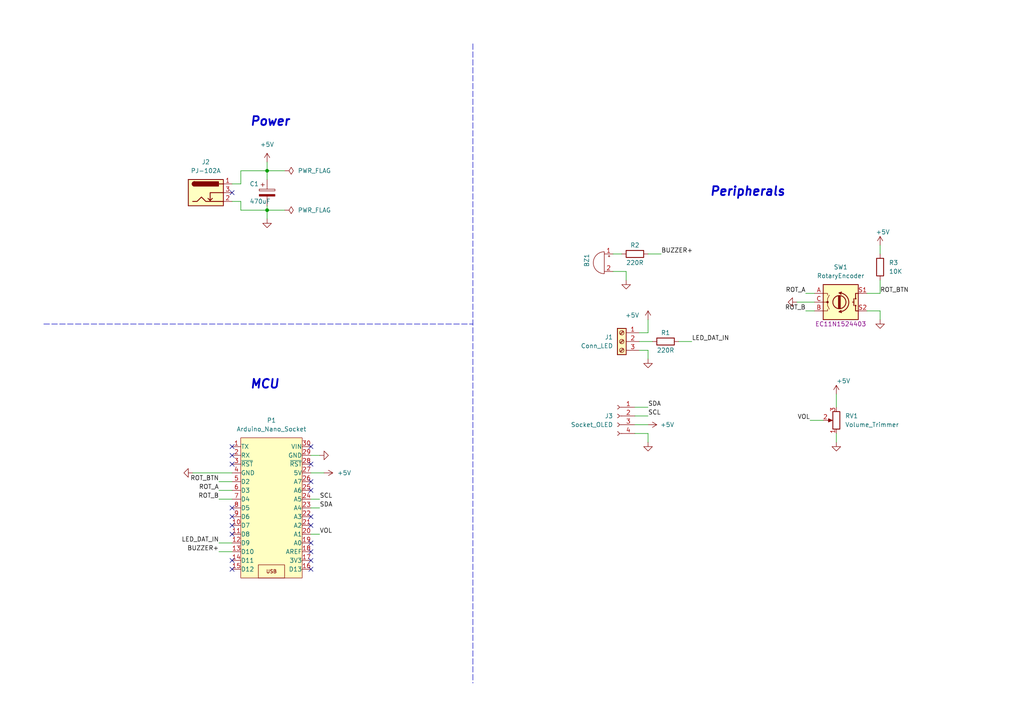
<source format=kicad_sch>
(kicad_sch (version 20211123) (generator eeschema)
  (paper "A4")
  (title_block (title "Arduino_WS2812_Controller") (date "2022-12-23") (rev "A") (company "Zhangshun Lu") (comment 1 "WS2812 controller shield for Arduino Nano"))
  (lib_symbols
    (symbol "Connector:Barrel_Jack_Switch" (pin_names hide)
      (property "Reference" "J" (at 0 5.334 0))
      (property "Value" "Barrel_Jack_Switch" (at 0 -5.08 0))
      (symbol "Barrel_Jack_Switch_0_1"
        (rectangle (start -5.08 3.81) (end 5.08 -3.81) (stroke (width 0.254)) (fill (type background)))
        (arc (start -3.302 3.175) (mid -3.937 2.54) (end -3.302 1.905) (stroke (width 0.254)))
        (arc (start -3.302 3.175) (mid -3.937 2.54) (end -3.302 1.905) (stroke (width 0.254)) (fill (type outline)))
        (polyline (pts (xy 1.27 -2.286) (xy 1.905 -1.651)) (stroke (width 0.254)))
        (polyline (pts (xy 5.08 2.54) (xy 3.81 2.54)) (stroke (width 0.254)))
        (polyline (pts (xy 5.08 0) (xy 1.27 0) (xy 1.27 -2.286) (xy 0.635 -1.651)) (stroke (width 0.254)))
        (polyline (pts (xy -3.81 -2.54) (xy -2.54 -2.54) (xy -1.27 -1.27) (xy 0 -2.54) (xy 2.54 -2.54) (xy 5.08 -2.54)) (stroke (width 0.254)))
        (rectangle (start 3.683 3.175) (end -3.302 1.905) (stroke (width 0.254)) (fill (type outline)))
      )
      (symbol "Barrel_Jack_Switch_1_1"
        (pin passive line (at 7.62 2.54 180) (length 2.54) (name "~") (number "1"))
        (pin passive line (at 7.62 -2.54 180) (length 2.54) (name "~") (number "2"))
        (pin passive line (at 7.62 0 180) (length 2.54) (name "~") (number "3"))
      )
    )
    (symbol "Connector:Conn_01x04_Female" (pin_names (offset 1.016) hide)
      (property "Reference" "J" (at 0 5.08 0))
      (property "Value" "Conn_01x04_Female" (at 0 -7.62 0))
      (symbol "Conn_01x04_Female_1_1"
        (arc (start 0 -4.572) (mid -0.508 -5.08) (end 0 -5.588) (stroke (width 0.1524)))
        (arc (start 0 -2.032) (mid -0.508 -2.54) (end 0 -3.048) (stroke (width 0.1524)))
        (polyline (pts (xy -1.27 -5.08) (xy -0.508 -5.08)) (stroke (width 0.1524)))
        (polyline (pts (xy -1.27 -2.54) (xy -0.508 -2.54)) (stroke (width 0.1524)))
        (polyline (pts (xy -1.27 0) (xy -0.508 0)) (stroke (width 0.1524)))
        (polyline (pts (xy -1.27 2.54) (xy -0.508 2.54)) (stroke (width 0.1524)))
        (arc (start 0 0.508) (mid -0.508 0) (end 0 -0.508) (stroke (width 0.1524)))
        (arc (start 0 3.048) (mid -0.508 2.54) (end 0 2.032) (stroke (width 0.1524)))
        (pin passive line (at -5.08 2.54 0) (length 3.81) (name "Pin_1") (number "1"))
        (pin passive line (at -5.08 0 0) (length 3.81) (name "Pin_2") (number "2"))
        (pin passive line (at -5.08 -2.54 0) (length 3.81) (name "Pin_3") (number "3"))
        (pin passive line (at -5.08 -5.08 0) (length 3.81) (name "Pin_4") (number "4"))
      )
    )
    (symbol "Connector:Screw_Terminal_01x03" (pin_names (offset 1.016) hide)
      (property "Reference" "J" (at 0 5.08 0))
      (property "Value" "Screw_Terminal_01x03" (at 0 -5.08 0))
      (symbol "Screw_Terminal_01x03_1_1"
        (rectangle (start -1.27 3.81) (end 1.27 -3.81) (stroke (width 0.254)) (fill (type background)))
        (circle (center 0 -2.54) (radius 0.635) (stroke (width 0.1524)))
        (polyline (pts (xy -0.5334 -2.2098) (xy 0.3302 -3.048)) (stroke (width 0.1524)))
        (polyline (pts (xy -0.5334 0.3302) (xy 0.3302 -0.508)) (stroke (width 0.1524)))
        (polyline (pts (xy -0.5334 2.8702) (xy 0.3302 2.032)) (stroke (width 0.1524)))
        (polyline (pts (xy -0.3556 -2.032) (xy 0.508 -2.8702)) (stroke (width 0.1524)))
        (polyline (pts (xy -0.3556 0.508) (xy 0.508 -0.3302)) (stroke (width 0.1524)))
        (polyline (pts (xy -0.3556 3.048) (xy 0.508 2.2098)) (stroke (width 0.1524)))
        (circle (center 0 0) (radius 0.635) (stroke (width 0.1524)))
        (circle (center 0 2.54) (radius 0.635) (stroke (width 0.1524)))
        (pin passive line (at -5.08 2.54 0) (length 3.81) (name "Pin_1") (number "1"))
        (pin passive line (at -5.08 0 0) (length 3.81) (name "Pin_2") (number "2"))
        (pin passive line (at -5.08 -2.54 0) (length 3.81) (name "Pin_3") (number "3"))
      )
    )
    (symbol "Device:Buzzer" (pin_names (offset 0.0254) hide)
      (property "Reference" "BZ" (at 3.81 1.27 0))
      (property "Value" "Buzzer" (at 3.81 -1.27 0))
      (symbol "Buzzer_0_1"
        (arc (start 0 -3.175) (mid 3.175 0) (end 0 3.175))
        (polyline (pts (xy -1.651 1.905) (xy -1.143 1.905)))
        (polyline (pts (xy -1.397 2.159) (xy -1.397 1.651)))
        (polyline (pts (xy 0 3.175) (xy 0 -3.175)))
      )
      (symbol "Buzzer_1_1"
        (pin passive line (at -2.54 2.54 0) (length 2.54) (name "-") (number "1"))
        (pin passive line (at -2.54 -2.54 0) (length 2.54) (name "+") (number "2"))
      )
    )
    (symbol "Device:C_Polarized" (pin_numbers hide) (pin_names (offset 0.254))
      (property "Reference" "C" (at 0.635 2.54 0))
      (property "Value" "C_Polarized" (at 0.635 -2.54 0))
      (symbol "C_Polarized_0_1"
        (rectangle (start -2.286 0.508) (end 2.286 1.016))
        (polyline (pts (xy -1.778 2.286) (xy -0.762 2.286)))
        (polyline (pts (xy -1.27 2.794) (xy -1.27 1.778)))
        (rectangle (start 2.286 -0.508) (end -2.286 -1.016) (fill (type outline)))
      )
      (symbol "C_Polarized_1_1"
        (pin passive line (at 0 3.81 270) (length 2.794) (name "~") (number "1"))
        (pin passive line (at 0 -3.81 90) (length 2.794) (name "~") (number "2"))
      )
    )
    (symbol "Device:R" (pin_numbers hide) (pin_names (offset 0))
      (property "Reference" "R" (at 2.032 0 90))
      (property "Value" "R" (at 0 0 90))
      (symbol "R_0_1"
        (rectangle (start -1.016 -2.54) (end 1.016 2.54) (stroke (width 0.254)))
      )
      (symbol "R_1_1"
        (pin passive line (at 0 3.81 270) (length 1.27) (name "~") (number "1"))
        (pin passive line (at 0 -3.81 90) (length 1.27) (name "~") (number "2"))
      )
    )
    (symbol "Device:R_Potentiometer" (pin_names (offset 1.016) hide)
      (property "Reference" "RV" (at -4.445 0 90))
      (property "Value" "R_Potentiometer" (at -2.54 0 90))
      (symbol "R_Potentiometer_0_1"
        (polyline (pts (xy 2.54 0) (xy 1.524 0)))
        (polyline (pts (xy 1.143 0) (xy 2.286 0.508) (xy 2.286 -0.508) (xy 1.143 0)) (fill (type outline)))
        (rectangle (start 1.016 2.54) (end -1.016 -2.54) (stroke (width 0.254)))
      )
      (symbol "R_Potentiometer_1_1"
        (pin passive line (at 0 3.81 270) (length 1.27) (name "1") (number "1"))
        (pin passive line (at 3.81 0 180) (length 1.27) (name "2") (number "2"))
        (pin passive line (at 0 -3.81 90) (length 1.27) (name "3") (number "3"))
      )
    )
    (symbol "Device:RotaryEncoder_Switch" (pin_names (offset 0.254) hide)
      (property "Reference" "SW" (at 0 6.604 0))
      (property "Value" "RotaryEncoder_Switch" (at 0 -6.604 0))
      (symbol "RotaryEncoder_Switch_0_1"
        (rectangle (start -5.08 5.08) (end 5.08 -5.08) (stroke (width 0.254)) (fill (type background)))
        (circle (center -3.81 0) (radius 0.254) (fill (type outline)))
        (arc (start -0.381 -2.794) (mid 2.3622 -0.0508) (end -0.381 2.667) (stroke (width 0.254)))
        (circle (center -0.381 0) (radius 1.905) (stroke (width 0.254)))
        (polyline (pts (xy -0.635 -1.778) (xy -0.635 1.778)) (stroke (width 0.254)))
        (polyline (pts (xy -0.381 -1.778) (xy -0.381 1.778)) (stroke (width 0.254)))
        (polyline (pts (xy -0.127 1.778) (xy -0.127 -1.778)) (stroke (width 0.254)))
        (polyline (pts (xy 3.81 0) (xy 3.429 0)) (stroke (width 0.254)))
        (polyline (pts (xy 3.81 1.016) (xy 3.81 -1.016)) (stroke (width 0.254)))
        (polyline (pts (xy -5.08 -2.54) (xy -3.81 -2.54) (xy -3.81 -2.032)))
        (polyline (pts (xy -5.08 2.54) (xy -3.81 2.54) (xy -3.81 2.032)))
        (polyline (pts (xy 0.254 -3.048) (xy -0.508 -2.794) (xy 0.127 -2.413)) (stroke (width 0.254)))
        (polyline (pts (xy 0.254 2.921) (xy -0.508 2.667) (xy 0.127 2.286)) (stroke (width 0.254)))
        (polyline (pts (xy 5.08 -2.54) (xy 4.318 -2.54) (xy 4.318 -1.016)) (stroke (width 0.254)))
        (polyline (pts (xy 5.08 2.54) (xy 4.318 2.54) (xy 4.318 1.016)) (stroke (width 0.254)))
        (polyline (pts (xy -5.08 0) (xy -3.81 0) (xy -3.81 -1.016) (xy -3.302 -2.032)))
        (polyline (pts (xy -4.318 0) (xy -3.81 0) (xy -3.81 1.016) (xy -3.302 2.032)))
        (circle (center 4.318 -1.016) (radius 0.127) (stroke (width 0.254)))
        (circle (center 4.318 1.016) (radius 0.127) (stroke (width 0.254)))
      )
      (symbol "RotaryEncoder_Switch_1_1"
        (pin passive line (at -7.62 2.54 0) (length 2.54) (name "A") (number "A"))
        (pin passive line (at -7.62 -2.54 0) (length 2.54) (name "B") (number "B"))
        (pin passive line (at -7.62 0 0) (length 2.54) (name "C") (number "C"))
        (pin passive line (at 7.62 2.54 180) (length 2.54) (name "S1") (number "S1"))
        (pin passive line (at 7.62 -2.54 180) (length 2.54) (name "S2") (number "S2"))
      )
    )
    (symbol "User:Arduino_Nano_Socket" (pin_names (offset 0.002))
      (property "Reference" "P" (at 0 0 0))
      (property "Value" "Arduino_Nano_Socket" (at 0 0 0))
      (symbol "Arduino_Nano_Socket_0_0"
        (text "USB" (at 5.08 -43.815 0) (effects (font (size 1 1))))
      )
      (symbol "Arduino_Nano_Socket_0_1"
        (rectangle (start -3.81 -5.08) (end 13.97 -45.72) (fill (type background)))
        (rectangle (start 1.27 -41.91) (end 8.89 -45.72))
      )
      (symbol "Arduino_Nano_Socket_1_1"
        (pin passive line (at -6.35 -7.62 0) (length 2.54) (name "TX") (number "1"))
        (pin passive line (at -6.35 -30.48 0) (length 2.54) (name "D7") (number "10"))
        (pin passive line (at -6.35 -33.02 0) (length 2.54) (name "D8") (number "11"))
        (pin passive line (at -6.35 -35.56 0) (length 2.54) (name "D9") (number "12"))
        (pin passive line (at -6.35 -38.1 0) (length 2.54) (name "D10") (number "13"))
        (pin passive line (at -6.35 -40.64 0) (length 2.54) (name "D11") (number "14"))
        (pin passive line (at -6.35 -43.18 0) (length 2.54) (name "D12") (number "15"))
        (pin passive line (at 16.51 -43.18 180) (length 2.54) (name "D13") (number "16"))
        (pin passive line (at 16.51 -40.64 180) (length 2.54) (name "3V3") (number "17"))
        (pin passive line (at 16.51 -38.1 180) (length 2.54) (name "AREF") (number "18"))
        (pin passive line (at 16.51 -35.56 180) (length 2.54) (name "A0") (number "19"))
        (pin passive line (at -6.35 -10.16 0) (length 2.54) (name "RX") (number "2"))
        (pin passive line (at 16.51 -33.02 180) (length 2.54) (name "A1") (number "20"))
        (pin passive line (at 16.51 -30.48 180) (length 2.54) (name "A2") (number "21"))
        (pin passive line (at 16.51 -27.94 180) (length 2.54) (name "A3") (number "22"))
        (pin passive line (at 16.51 -25.4 180) (length 2.54) (name "A4") (number "23"))
        (pin passive line (at 16.51 -22.86 180) (length 2.54) (name "A5") (number "24"))
        (pin passive line (at 16.51 -20.32 180) (length 2.54) (name "A6") (number "25"))
        (pin passive line (at 16.51 -17.78 180) (length 2.54) (name "A7") (number "26"))
        (pin passive line (at 16.51 -15.24 180) (length 2.54) (name "5V") (number "27"))
        (pin passive line (at 16.51 -12.7 180) (length 2.54) (name "~{RST}") (number "28"))
        (pin passive line (at 16.51 -10.16 180) (length 2.54) (name "GND") (number "29"))
        (pin passive line (at -6.35 -12.7 0) (length 2.54) (name "~{RST}") (number "3"))
        (pin passive line (at 16.51 -7.62 180) (length 2.54) (name "VIN") (number "30"))
        (pin passive line (at -6.35 -15.24 0) (length 2.54) (name "GND") (number "4"))
        (pin passive line (at -6.35 -17.78 0) (length 2.54) (name "D2") (number "5"))
        (pin passive line (at -6.35 -20.32 0) (length 2.54) (name "D3") (number "6"))
        (pin passive line (at -6.35 -22.86 0) (length 2.54) (name "D4") (number "7"))
        (pin passive line (at -6.35 -25.4 0) (length 2.54) (name "D5") (number "8"))
        (pin passive line (at -6.35 -27.94 0) (length 2.54) (name "D6") (number "9"))
      )
    )
    (symbol "power:+5V" (power) (pin_names (offset 0))
      (property "Value" "+5V" (at 0 3.556 0))
      (symbol "+5V_0_1"
        (polyline (pts (xy -0.762 1.27) (xy 0 2.54)))
        (polyline (pts (xy 0 0) (xy 0 2.54)))
        (polyline (pts (xy 0 2.54) (xy 0.762 1.27)))
      )
      (symbol "+5V_1_1"
        (pin power_in line (at 0 0 90) (length 0) hide (name "+5V") (number "1"))
      )
    )
    (symbol "power:GND" (power) (pin_names (offset 0))
      (property "Value" "GND" (at 0 -3.81 0))
      (symbol "GND_0_1"
        (polyline (pts (xy 0 0) (xy 0 -1.27) (xy 1.27 -1.27) (xy 0 -2.54) (xy -1.27 -1.27) (xy 0 -1.27)))
      )
      (symbol "GND_1_1"
        (pin power_in line (at 0 0 270) (length 0) hide (name "GND") (number "1"))
      )
    )
    (symbol "power:PWR_FLAG" (power) (pin_numbers hide) (pin_names (offset 0) hide)
      (property "Value" "PWR_FLAG" (at 0 3.81 0))
      (symbol "PWR_FLAG_0_0"
        (pin power_out line (at 0 0 90) (length 0) (name "pwr") (number "1"))
      )
      (symbol "PWR_FLAG_0_1"
        (polyline (pts (xy 0 0) (xy 0 1.27) (xy -1.016 1.905) (xy 0 2.54) (xy 1.016 1.905) (xy 0 1.27)))
      )
    )
  )
  (junction (at 77.47 49.53))
  (junction (at 77.47 60.96))
  (no_connect (at 67.31 55.88))
  (no_connect (at 67.31 147.32))
  (no_connect (at 67.31 165.1))
  (no_connect (at 67.31 132.08))
  (no_connect (at 67.31 154.94))
  (no_connect (at 67.31 152.4))
  (no_connect (at 90.17 160.02))
  (no_connect (at 90.17 134.62))
  (no_connect (at 90.17 157.48))
  (no_connect (at 90.17 165.1))
  (no_connect (at 90.17 139.7))
  (no_connect (at 67.31 149.86))
  (no_connect (at 90.17 152.4))
  (no_connect (at 67.31 162.56))
  (no_connect (at 90.17 129.54))
  (no_connect (at 90.17 142.24))
  (no_connect (at 67.31 129.54))
  (no_connect (at 90.17 162.56))
  (no_connect (at 67.31 134.62))
  (no_connect (at 90.17 149.86))
  (wire (pts (xy 242.57 128.27) (xy 242.57 125.73)))
  (wire (pts (xy 77.47 59.69) (xy 77.47 60.96)))
  (wire (pts (xy 92.71 132.08) (xy 90.17 132.08)))
  (wire (pts (xy 255.27 90.17) (xy 255.27 92.71)))
  (wire (pts (xy 63.5 139.7) (xy 67.31 139.7)))
  (wire (pts (xy 187.96 118.11) (xy 184.15 118.11)))
  (wire (pts (xy 69.85 49.53) (xy 77.47 49.53)))
  (wire (pts (xy 191.77 73.66) (xy 187.96 73.66)))
  (wire (pts (xy 255.27 81.28) (xy 255.27 85.09)))
  (wire (pts (xy 77.47 60.96) (xy 82.55 60.96)))
  (wire (pts (xy 187.96 120.65) (xy 184.15 120.65)))
  (wire (pts (xy 67.31 58.42) (xy 69.85 58.42)))
  (wire (pts (xy 55.88 137.16) (xy 67.31 137.16)))
  (wire (pts (xy 181.61 78.74) (xy 177.8 78.74)))
  (wire (pts (xy 63.5 144.78) (xy 67.31 144.78)))
  (wire (pts (xy 63.5 160.02) (xy 67.31 160.02)))
  (wire (pts (xy 187.96 125.73) (xy 184.15 125.73)))
  (wire (pts (xy 92.71 144.78) (xy 90.17 144.78)))
  (wire (pts (xy 93.98 137.16) (xy 90.17 137.16)))
  (polyline (pts (xy 12.7 93.98) (xy 137.16 93.98)) (stroke (width 0) (type dash)))
  (wire (pts (xy 255.27 85.09) (xy 251.46 85.09)))
  (wire (pts (xy 187.96 92.71) (xy 187.96 96.52)))
  (wire (pts (xy 234.95 121.92) (xy 238.76 121.92)))
  (wire (pts (xy 63.5 157.48) (xy 67.31 157.48)))
  (wire (pts (xy 251.46 90.17) (xy 255.27 90.17)))
  (wire (pts (xy 92.71 147.32) (xy 90.17 147.32)))
  (wire (pts (xy 181.61 81.28) (xy 181.61 78.74)))
  (wire (pts (xy 242.57 114.3) (xy 242.57 118.11)))
  (wire (pts (xy 77.47 49.53) (xy 82.55 49.53)))
  (wire (pts (xy 196.85 99.06) (xy 200.66 99.06)))
  (wire (pts (xy 255.27 71.12) (xy 255.27 73.66)))
  (wire (pts (xy 233.68 85.09) (xy 236.22 85.09)))
  (wire (pts (xy 187.96 128.27) (xy 187.96 125.73)))
  (wire (pts (xy 187.96 101.6) (xy 187.96 104.14)))
  (wire (pts (xy 67.31 53.34) (xy 69.85 53.34)))
  (wire (pts (xy 69.85 53.34) (xy 69.85 49.53)))
  (polyline (pts (xy 137.16 12.7) (xy 137.16 198.12)) (stroke (width 0) (type dash)))
  (wire (pts (xy 90.17 154.94) (xy 92.71 154.94)))
  (wire (pts (xy 233.68 90.17) (xy 236.22 90.17)))
  (wire (pts (xy 77.47 63.5) (xy 77.47 60.96)))
  (wire (pts (xy 231.14 87.63) (xy 236.22 87.63)))
  (wire (pts (xy 177.8 73.66) (xy 180.34 73.66)))
  (wire (pts (xy 187.96 123.19) (xy 184.15 123.19)))
  (wire (pts (xy 77.47 46.99) (xy 77.47 49.53)))
  (wire (pts (xy 69.85 58.42) (xy 69.85 60.96)))
  (wire (pts (xy 185.42 99.06) (xy 189.23 99.06)))
  (wire (pts (xy 77.47 49.53) (xy 77.47 52.07)))
  (wire (pts (xy 187.96 96.52) (xy 185.42 96.52)))
  (wire (pts (xy 69.85 60.96) (xy 77.47 60.96)))
  (wire (pts (xy 63.5 142.24) (xy 67.31 142.24)))
  (wire (pts (xy 187.96 101.6) (xy 185.42 101.6)))
  (text "Peripherals" (at 205.74 57.15 0) (effects (font (size 2.54 2.54) (thickness 0.508) bold italic) (justify left bottom)))
  (text "MCU" (at 72.39 113.03 0) (effects (font (size 2.54 2.54) (thickness 0.508) bold italic) (justify left bottom)))
  (text "Power" (at 72.39 36.83 0) (effects (font (size 2.54 2.54) (thickness 0.508) bold italic) (justify left bottom)))
  (label "SDA" (at 92.71 147.32 0))
  (label "LED_DAT_IN" (at 63.5 157.48 180))
  (label "ROT_BTN" (at 255.27 85.09 0))
  (label "BUZZER+" (at 191.77 73.66 0))
  (label "ROT_A" (at 233.68 85.09 180))
  (label "SDA" (at 187.96 118.11 0))
  (label "VOL" (at 92.71 154.94 0))
  (label "LED_DAT_IN" (at 200.66 99.06 0))
  (label "SCL" (at 92.71 144.78 0))
  (label "ROT_B" (at 233.68 90.17 180))
  (label "BUZZER+" (at 63.5 160.02 180))
  (label "ROT_B" (at 63.5 144.78 180))
  (label "ROT_BTN" (at 63.5 139.7 180))
  (label "ROT_A" (at 63.5 142.24 180))
  (label "VOL" (at 234.95 121.92 180))
  (label "SCL" (at 187.96 120.65 0))
  (symbol (lib_id "power:GND") (at 55.88 137.16 270) (unit 1)
    (property "Reference" "#PWR0101" (effects hide))
    (property "Value" "GND" (effects hide))
  )
  (symbol (lib_id "power:+5V") (at 255.27 71.12 0) (unit 1)
    (property "Reference" "#PWR0109" (effects hide))
    (property "Value" "+5V" (at 254 67.31 0) (effects (justify left)))
  )
  (symbol (lib_id "Device:C_Polarized") (at 77.47 55.88 0) (unit 1)
    (property "Reference" "C1" (at 72.39 53.34 0) (effects (justify left)))
    (property "Value" "470uF" (at 72.39 58.42 0) (effects (justify left)))
    (property "Footprint" "Capacitor_THT:CP_Radial_D4.0mm_P2.00mm" (effects hide))
  )
  (symbol (lib_id "power:GND") (at 77.47 63.5 0) (unit 1)
    (property "Reference" "#PWR0112" (effects hide))
    (property "Value" "GND" (effects hide))
  )
  (symbol (lib_id "power:PWR_FLAG") (at 82.55 60.96 270) (unit 1)
    (property "Reference" "#FLG0101" (effects hide))
    (property "Value" "PWR_FLAG" (at 86.36 60.9599 90) (effects (justify left)))
  )
  (symbol (lib_id "power:GND") (at 92.71 132.08 90) (unit 1)
    (property "Reference" "#PWR0113" (effects hide))
    (property "Value" "GND" (effects hide))
  )
  (symbol (lib_id "Connector:Conn_01x04_Female") (at 179.07 120.65 0) (mirror y) (unit 1)
    (property "Reference" "J3" (at 177.8 120.6499 0) (effects (justify left)))
    (property "Value" "Socket_OLED" (at 177.8 123.1899 0) (effects (justify left)))
    (property "Footprint" "Connector_PinSocket_2.54mm:PinSocket_1x04_P2.54mm_Vertical" (effects hide))
  )
  (symbol (lib_id "power:GND") (at 231.14 87.63 270) (unit 1)
    (property "Reference" "#PWR0111" (effects hide))
    (property "Value" "GND" (effects hide))
  )
  (symbol (lib_id "power:+5V") (at 77.47 46.99 0) (unit 1)
    (property "Reference" "#PWR0108" (effects hide))
    (property "Value" "+5V" (at 77.47 41.91 0))
  )
  (symbol (lib_id "Device:R") (at 193.04 99.06 270) (mirror x) (unit 1)
    (property "Reference" "R1" (at 193.04 96.52 90))
    (property "Value" "220R" (at 193.04 101.6 90))
    (property "Footprint" "Resistor_THT:R_Axial_DIN0204_L3.6mm_D1.6mm_P5.08mm_Horizontal" (effects hide))
  )
  (symbol (lib_id "power:GND") (at 187.96 104.14 0) (mirror y) (unit 1)
    (property "Reference" "#PWR0106" (effects hide))
    (property "Value" "GND" (effects hide))
  )
  (symbol (lib_id "Connector:Barrel_Jack_Switch") (at 59.69 55.88 0) (unit 1)
    (property "Reference" "J2" (at 59.69 46.99 0))
    (property "Value" "PJ-102A" (at 59.69 49.53 0))
    (property "Footprint" "Connector_BarrelJack:BarrelJack_CUI_PJ-102AH_Horizontal" (effects hide))
    (property "Datasheet" "https://www.mouser.de/datasheet/2/670/pj_102a-1778834.pdf" (effects hide))
    (property "MPN" "PJ-102A" (effects hide))
    (property "Manufacturer" "CUI Devices" (effects hide))
  )
  (symbol (lib_id "power:PWR_FLAG") (at 82.55 49.53 270) (unit 1)
    (property "Reference" "#FLG0102" (effects hide))
    (property "Value" "PWR_FLAG" (at 86.36 49.5299 90) (effects (justify left)))
  )
  (symbol (lib_id "power:GND") (at 181.61 81.28 0) (mirror y) (unit 1)
    (property "Reference" "#PWR0102" (effects hide))
    (property "Value" "GND" (effects hide))
  )
  (symbol (lib_id "power:GND") (at 242.57 128.27 0) (unit 1)
    (property "Reference" "#PWR0103" (effects hide))
    (property "Value" "GND" (effects hide))
  )
  (symbol (lib_id "Connector:Screw_Terminal_01x03") (at 180.34 99.06 0) (mirror y) (unit 1)
    (property "Reference" "J1" (at 177.8 97.7899 0) (effects (justify left)))
    (property "Value" "Conn_LED" (at 177.8 100.3299 0) (effects (justify left)))
    (property "Footprint" "TerminalBlock_Phoenix:TerminalBlock_Phoenix_MKDS-1,5-3_1x03_P5.00mm_Horizontal" (effects hide))
  )
  (symbol (lib_id "power:GND") (at 255.27 92.71 0) (unit 1)
    (property "Reference" "#PWR0110" (effects hide))
    (property "Value" "GND" (effects hide))
  )
  (symbol (lib_id "power:+5V") (at 93.98 137.16 270) (unit 1)
    (property "Reference" "#PWR0115" (effects hide))
    (property "Value" "+5V" (at 97.79 137.1599 90) (effects (justify left)))
  )
  (symbol (lib_id "Device:Buzzer") (at 175.26 76.2 0) (mirror y) (unit 1)
    (property "Reference" "BZ1" (at 170.18 77.47 90) (effects (justify left)))
    (property "Value" "Buzzer" (effects hide))
    (property "Footprint" "Buzzer_Beeper:Buzzer_12x9.5RM7.6" (effects hide))
  )
  (symbol (lib_id "Device:RotaryEncoder_Switch") (at 243.84 87.63 0) (unit 1)
    (property "Reference" "SW1" (at 243.84 77.47 0))
    (property "Value" "RotaryEncoder" (at 243.84 80.01 0))
    (property "Footprint" "Rotary_Encoder:RotaryEncoder_Alps_EC11E-Switch_Vertical_H20mm" (effects hide))
    (property "Datasheet" "https://de.rs-online.com/web/p/mechanische-drehgeber/7295589" (effects hide))
    (property "MPN" "EC11N1524403" (at 243.84 93.98 0))
    (property "Manufacturer" "Alps Alpine" (effects hide))
  )
  (symbol (lib_id "power:+5V") (at 242.57 114.3 0) (unit 1)
    (property "Reference" "#PWR0114" (effects hide))
    (property "Value" "+5V" (at 242.57 110.49 0) (effects (justify left)))
  )
  (symbol (lib_id "Device:R") (at 255.27 77.47 0) (unit 1)
    (property "Reference" "R3" (at 257.81 76.1999 0) (effects (justify left)))
    (property "Value" "10K" (at 257.81 78.7399 0) (effects (justify left)))
    (property "Footprint" "Resistor_THT:R_Axial_DIN0204_L3.6mm_D1.6mm_P5.08mm_Horizontal" (effects hide))
  )
  (symbol (lib_id "Device:R") (at 184.15 73.66 270) (mirror x) (unit 1)
    (property "Reference" "R2" (at 184.15 71.12 90))
    (property "Value" "220R" (at 184.15 76.2 90))
    (property "Footprint" "Resistor_THT:R_Axial_DIN0204_L3.6mm_D1.6mm_P5.08mm_Horizontal" (effects hide))
  )
  (symbol (lib_id "power:GND") (at 187.96 128.27 0) (mirror y) (unit 1)
    (property "Reference" "#PWR0104" (effects hide))
    (property "Value" "GND" (effects hide))
  )
  (symbol (lib_id "User:Arduino_Nano_Socket") (at 73.66 121.92 0) (unit 1)
    (property "Reference" "P1" (at 78.74 121.92 0))
    (property "Value" "Arduino_Nano_Socket" (at 78.74 124.46 0))
    (property "Footprint" "User:Arduino_Nano_Socket" (effects hide))
    (property "Datasheet" "https://store.arduino.cc/products/arduino-nano" (effects hide))
  )
  (symbol (lib_id "power:+5V") (at 187.96 123.19 270) (mirror x) (unit 1)
    (property "Reference" "#PWR0105" (effects hide))
    (property "Value" "+5V" (at 195.58 123.19 90) (effects (justify right)))
  )
  (symbol (lib_id "power:+5V") (at 187.96 92.71 0) (mirror y) (unit 1)
    (property "Reference" "#PWR0107" (effects hide))
    (property "Value" "+5V" (at 185.42 91.4399 0) (effects (justify left)))
  )
  (symbol (lib_id "Device:R_Potentiometer") (at 242.57 121.92 180) (unit 1)
    (property "Reference" "RV1" (at 245.11 120.6499 0) (effects (justify right)))
    (property "Value" "Volume_Trimmer" (at 245.11 123.1899 0) (effects (justify right)))
    (property "Footprint" "Potentiometer_THT:Potentiometer_Alpha_RD901F-40-00D_Single_Vertical" (effects hide))
    (property "Datasheet" "https://www.mouser.de/datasheet/2/13/alpha_taiwan_08192019_RD901F-40-15R1-B(resistance_-1627810.pdf" (effects hide))
    (property "MPN" "RD901F-40-15R1-B10K-00DL1" (effects hide))
    (property "Manufacturer" "Alpha" (effects hide))
  )
)
</source>
